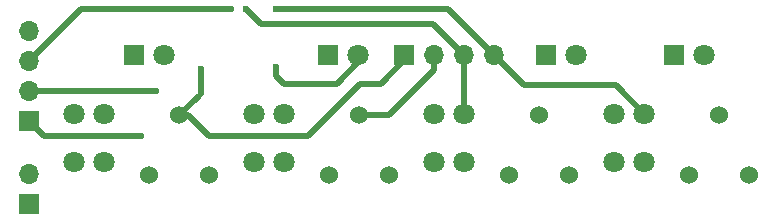
<source format=gbr>
%TF.GenerationSoftware,KiCad,Pcbnew,8.0.5*%
%TF.CreationDate,2024-10-09T02:46:16+09:00*%
%TF.ProjectId,LT,4c542e6b-6963-4616-945f-706362585858,rev?*%
%TF.SameCoordinates,Original*%
%TF.FileFunction,Copper,L2,Bot*%
%TF.FilePolarity,Positive*%
%FSLAX46Y46*%
G04 Gerber Fmt 4.6, Leading zero omitted, Abs format (unit mm)*
G04 Created by KiCad (PCBNEW 8.0.5) date 2024-10-09 02:46:16*
%MOMM*%
%LPD*%
G01*
G04 APERTURE LIST*
%TA.AperFunction,ComponentPad*%
%ADD10R,1.800000X1.800000*%
%TD*%
%TA.AperFunction,ComponentPad*%
%ADD11C,1.800000*%
%TD*%
%TA.AperFunction,ComponentPad*%
%ADD12C,1.524000*%
%TD*%
%TA.AperFunction,ComponentPad*%
%ADD13O,1.700000X1.700000*%
%TD*%
%TA.AperFunction,ComponentPad*%
%ADD14R,1.700000X1.700000*%
%TD*%
%TA.AperFunction,ViaPad*%
%ADD15C,0.600000*%
%TD*%
%TA.AperFunction,Conductor*%
%ADD16C,0.500000*%
%TD*%
%TA.AperFunction,Conductor*%
%ADD17C,0.200000*%
%TD*%
G04 APERTURE END LIST*
D10*
%TO.P,D2,1,K*%
%TO.N,GND*%
X41270000Y-19195000D03*
D11*
%TO.P,D2,2,A*%
%TO.N,Net-(D2-A)*%
X43810000Y-19195000D03*
%TD*%
D12*
%TO.P,R4,3*%
%TO.N,N/C*%
X41347500Y-29355000D03*
%TO.P,R4,2*%
%TO.N,Net-(R4-Pad2)*%
X46427500Y-29355000D03*
%TO.P,R4,1*%
%TO.N,S2*%
X43887500Y-24275000D03*
%TD*%
D13*
%TO.P,J2,4,Pin_4*%
%TO.N,Net-(J2-Pin_4)*%
X15875000Y-17135000D03*
%TO.P,J2,3,Pin_3*%
%TO.N,Net-(J2-Pin_3)*%
X15875000Y-19675000D03*
%TO.P,J2,2,Pin_2*%
%TO.N,Net-(J2-Pin_2)*%
X15875000Y-22215000D03*
D14*
%TO.P,J2,1,Pin_1*%
%TO.N,Net-(J2-Pin_1)*%
X15875000Y-24755000D03*
%TD*%
D13*
%TO.P,J1,4,Pin_4*%
%TO.N,S4*%
X55317500Y-19195000D03*
%TO.P,J1,3,Pin_3*%
%TO.N,S3*%
X52777500Y-19195000D03*
%TO.P,J1,2,Pin_2*%
%TO.N,S2*%
X50237500Y-19195000D03*
D14*
%TO.P,J1,1,Pin_1*%
%TO.N,S1*%
X47697500Y-19195000D03*
%TD*%
D12*
%TO.P,R2,3*%
%TO.N,N/C*%
X26107500Y-29355000D03*
%TO.P,R2,2*%
%TO.N,Net-(R2-Pad2)*%
X31187500Y-29355000D03*
%TO.P,R2,1*%
%TO.N,S1*%
X28647500Y-24275000D03*
%TD*%
D11*
%TO.P,D1,2,A*%
%TO.N,Net-(D1-A)*%
X27377500Y-19195000D03*
D10*
%TO.P,D1,1,K*%
%TO.N,GND*%
X24837500Y-19195000D03*
%TD*%
D12*
%TO.P,R8,3*%
%TO.N,N/C*%
X71827500Y-29355000D03*
%TO.P,R8,2*%
%TO.N,Net-(R10-Pad2)*%
X76907500Y-29355000D03*
%TO.P,R8,1*%
%TO.N,S4*%
X74367500Y-24275000D03*
%TD*%
%TO.P,R7,3*%
%TO.N,N/C*%
X56587500Y-29355000D03*
%TO.P,R7,2*%
%TO.N,Net-(R7-Pad2)*%
X61667500Y-29355000D03*
%TO.P,R7,1*%
%TO.N,S3*%
X59127500Y-24275000D03*
%TD*%
D13*
%TO.P,J3,2,Pin_2*%
%TO.N,GND*%
X15875000Y-29215000D03*
D14*
%TO.P,J3,1,Pin_1*%
%TO.N,+5V*%
X15875000Y-31755000D03*
%TD*%
D10*
%TO.P,D4,1,K*%
%TO.N,GND*%
X70485000Y-19195000D03*
D11*
%TO.P,D4,2,A*%
%TO.N,Net-(D4-A)*%
X73025000Y-19195000D03*
%TD*%
%TO.P,D3,2,A*%
%TO.N,Net-(D3-A)*%
X62225000Y-19195000D03*
D10*
%TO.P,D3,1,K*%
%TO.N,GND*%
X59685000Y-19195000D03*
%TD*%
D11*
%TO.P,U6,4,Collector*%
%TO.N,S4*%
X68017500Y-24130000D03*
%TO.P,U6,3,Emitter*%
%TO.N,GND*%
X65477500Y-24130000D03*
%TO.P,U6,2,Cathode*%
X68017500Y-28230000D03*
%TO.P,U6,1,Anode*%
%TO.N,Net-(U6-Anode)*%
X65477500Y-28230000D03*
%TD*%
%TO.P,U1,4,Collector*%
%TO.N,S1*%
X22297500Y-24130000D03*
%TO.P,U1,3,Emitter*%
%TO.N,GND*%
X19757500Y-24130000D03*
%TO.P,U1,2,Cathode*%
X22297500Y-28230000D03*
%TO.P,U1,1,Anode*%
%TO.N,Net-(U1-Anode)*%
X19757500Y-28230000D03*
%TD*%
%TO.P,U4,4,Collector*%
%TO.N,S2*%
X37537500Y-24130000D03*
%TO.P,U4,3,Emitter*%
%TO.N,GND*%
X34997500Y-24130000D03*
%TO.P,U4,2,Cathode*%
X37537500Y-28230000D03*
%TO.P,U4,1,Anode*%
%TO.N,Net-(U4-Anode)*%
X34997500Y-28230000D03*
%TD*%
%TO.P,U5,4,Collector*%
%TO.N,S3*%
X52777500Y-24130000D03*
%TO.P,U5,3,Emitter*%
%TO.N,GND*%
X50237500Y-24130000D03*
%TO.P,U5,2,Cathode*%
X52777500Y-28230000D03*
%TO.P,U5,1,Anode*%
%TO.N,Net-(U5-Anode)*%
X50237500Y-28230000D03*
%TD*%
D15*
%TO.N,Net-(J2-Pin_3)*%
X33020000Y-15240000D03*
%TO.N,Net-(J2-Pin_2)*%
X26670000Y-22225000D03*
%TO.N,Net-(J2-Pin_1)*%
X25400000Y-26035000D03*
%TO.N,Net-(D2-A)*%
X36830000Y-20190000D03*
%TO.N,S4*%
X36830000Y-15240000D03*
%TO.N,S3*%
X34290000Y-15240000D03*
%TO.N,S1*%
X30480000Y-20320000D03*
%TD*%
D16*
%TO.N,Net-(D2-A)*%
X36830000Y-20955000D02*
X36830000Y-20190000D01*
X37465000Y-21590000D02*
X36830000Y-20955000D01*
X41982500Y-21590000D02*
X37465000Y-21590000D01*
X43810000Y-19195000D02*
X43810000Y-19762500D01*
X43810000Y-19762500D02*
X41982500Y-21590000D01*
%TO.N,Net-(J2-Pin_3)*%
X20310000Y-15240000D02*
X15875000Y-19675000D01*
X33020000Y-15240000D02*
X20310000Y-15240000D01*
D17*
%TO.N,Net-(J2-Pin_2)*%
X26670000Y-22225000D02*
X26660000Y-22215000D01*
D16*
X26660000Y-22215000D02*
X15875000Y-22215000D01*
%TO.N,Net-(J2-Pin_1)*%
X17155000Y-26035000D02*
X15875000Y-24755000D01*
X25400000Y-26035000D02*
X17155000Y-26035000D01*
D17*
%TO.N,Net-(D2-A)*%
X36830000Y-20190000D02*
X36830000Y-20320000D01*
D16*
%TO.N,S1*%
X31115000Y-26035000D02*
X29355000Y-24275000D01*
X39525151Y-26035000D02*
X31115000Y-26035000D01*
X45720000Y-21590000D02*
X43970151Y-21590000D01*
D17*
X29355000Y-24275000D02*
X28647500Y-24275000D01*
D16*
X47697500Y-19612500D02*
X45720000Y-21590000D01*
X43970151Y-21590000D02*
X39525151Y-26035000D01*
D17*
X47697500Y-19195000D02*
X47697500Y-19612500D01*
D16*
%TO.N,S4*%
X51362500Y-15240000D02*
X36830000Y-15240000D01*
X55317500Y-19195000D02*
X51362500Y-15240000D01*
%TO.N,S3*%
X35560000Y-16510000D02*
X34290000Y-15240000D01*
X50092500Y-16510000D02*
X35560000Y-16510000D01*
X52777500Y-19195000D02*
X50092500Y-16510000D01*
%TO.N,S1*%
X30480000Y-22442500D02*
X30480000Y-20320000D01*
D17*
X30271250Y-22651250D02*
X30480000Y-22442500D01*
D16*
X30271250Y-22651250D02*
X28647500Y-24275000D01*
%TO.N,S3*%
X52777500Y-24130000D02*
X52777500Y-19195000D01*
%TO.N,S4*%
X65622500Y-21735000D02*
X57857500Y-21735000D01*
X57857500Y-21735000D02*
X55317500Y-19195000D01*
X68017500Y-24130000D02*
X65622500Y-21735000D01*
%TO.N,S2*%
X50237500Y-19195000D02*
X50237500Y-20465000D01*
X46427500Y-24275000D02*
X43887500Y-24275000D01*
X50237500Y-20465000D02*
X46427500Y-24275000D01*
%TD*%
M02*

</source>
